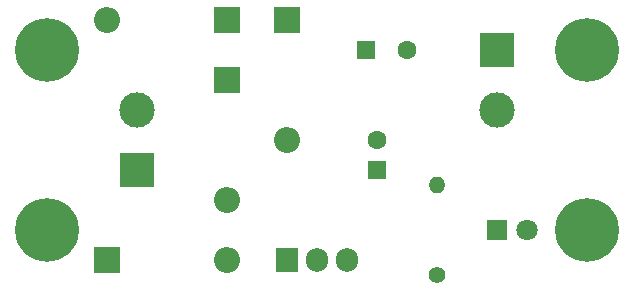
<source format=gbr>
%TF.GenerationSoftware,KiCad,Pcbnew,7.0.7*%
%TF.CreationDate,2024-08-27T12:46:14+05:30*%
%TF.ProjectId,Power supply module,506f7765-7220-4737-9570-706c79206d6f,rev?*%
%TF.SameCoordinates,Original*%
%TF.FileFunction,Soldermask,Top*%
%TF.FilePolarity,Negative*%
%FSLAX46Y46*%
G04 Gerber Fmt 4.6, Leading zero omitted, Abs format (unit mm)*
G04 Created by KiCad (PCBNEW 7.0.7) date 2024-08-27 12:46:14*
%MOMM*%
%LPD*%
G01*
G04 APERTURE LIST*
%ADD10C,5.400000*%
%ADD11C,3.100000*%
%ADD12R,1.905000X2.000000*%
%ADD13O,1.905000X2.000000*%
%ADD14O,1.400000X1.400000*%
%ADD15C,1.400000*%
%ADD16R,3.000000X3.000000*%
%ADD17C,3.000000*%
%ADD18R,1.800000X1.800000*%
%ADD19C,1.800000*%
%ADD20R,2.200000X2.200000*%
%ADD21O,2.200000X2.200000*%
%ADD22R,1.600000X1.600000*%
%ADD23C,1.600000*%
G04 APERTURE END LIST*
D10*
%TO.C,H4*%
X111760000Y-83820000D03*
D11*
X111760000Y-83820000D03*
%TD*%
D10*
%TO.C,H3*%
X111760000Y-99060000D03*
D11*
X111760000Y-99060000D03*
%TD*%
%TO.C,H2*%
X157480000Y-83820000D03*
D10*
X157480000Y-83820000D03*
%TD*%
D11*
%TO.C,H1*%
X157480000Y-99060000D03*
D10*
X157480000Y-99060000D03*
%TD*%
D12*
%TO.C,U1*%
X132080000Y-101600000D03*
D13*
X134620000Y-101600000D03*
X137160000Y-101600000D03*
%TD*%
D14*
%TO.C,R1*%
X144780000Y-95250000D03*
D15*
X144780000Y-102870000D03*
%TD*%
D16*
%TO.C,J2*%
X149860000Y-83820000D03*
D17*
X149860000Y-88900000D03*
%TD*%
D16*
%TO.C,J1*%
X119380000Y-93980000D03*
D17*
X119380000Y-88900000D03*
%TD*%
D18*
%TO.C,D5*%
X149860000Y-99060000D03*
D19*
X152400000Y-99060000D03*
%TD*%
D20*
%TO.C,D4*%
X127000000Y-86360000D03*
D21*
X127000000Y-96520000D03*
%TD*%
D20*
%TO.C,D3*%
X127000000Y-81280000D03*
D21*
X116840000Y-81280000D03*
%TD*%
D20*
%TO.C,D2*%
X132080000Y-81280000D03*
D21*
X132080000Y-91440000D03*
%TD*%
D20*
%TO.C,D1*%
X116840000Y-101600000D03*
D21*
X127000000Y-101600000D03*
%TD*%
D22*
%TO.C,C2*%
X139700000Y-93980000D03*
D23*
X139700000Y-91480000D03*
%TD*%
%TO.C,C1*%
X142240000Y-83820000D03*
D22*
X138740000Y-83820000D03*
%TD*%
M02*

</source>
